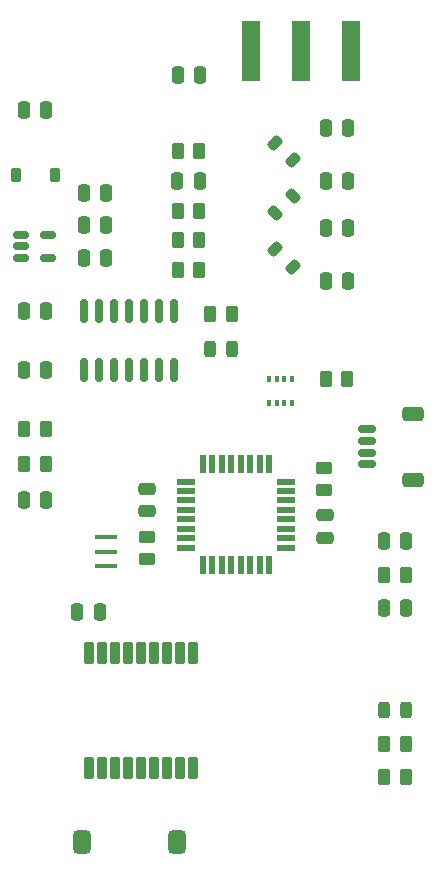
<source format=gbr>
%TF.GenerationSoftware,KiCad,Pcbnew,8.0.7*%
%TF.CreationDate,2025-01-11T16:41:09-06:00*%
%TF.ProjectId,ptSolar,7074536f-6c61-4722-9e6b-696361645f70,rev?*%
%TF.SameCoordinates,Original*%
%TF.FileFunction,Paste,Top*%
%TF.FilePolarity,Positive*%
%FSLAX46Y46*%
G04 Gerber Fmt 4.6, Leading zero omitted, Abs format (unit mm)*
G04 Created by KiCad (PCBNEW 8.0.7) date 2025-01-11 16:41:09*
%MOMM*%
%LPD*%
G01*
G04 APERTURE LIST*
G04 Aperture macros list*
%AMRoundRect*
0 Rectangle with rounded corners*
0 $1 Rounding radius*
0 $2 $3 $4 $5 $6 $7 $8 $9 X,Y pos of 4 corners*
0 Add a 4 corners polygon primitive as box body*
4,1,4,$2,$3,$4,$5,$6,$7,$8,$9,$2,$3,0*
0 Add four circle primitives for the rounded corners*
1,1,$1+$1,$2,$3*
1,1,$1+$1,$4,$5*
1,1,$1+$1,$6,$7*
1,1,$1+$1,$8,$9*
0 Add four rect primitives between the rounded corners*
20,1,$1+$1,$2,$3,$4,$5,0*
20,1,$1+$1,$4,$5,$6,$7,0*
20,1,$1+$1,$6,$7,$8,$9,0*
20,1,$1+$1,$8,$9,$2,$3,0*%
G04 Aperture macros list end*
%ADD10RoundRect,0.375000X0.375000X0.625000X-0.375000X0.625000X-0.375000X-0.625000X0.375000X-0.625000X0*%
%ADD11RoundRect,0.250000X0.262500X0.450000X-0.262500X0.450000X-0.262500X-0.450000X0.262500X-0.450000X0*%
%ADD12RoundRect,0.150000X0.625000X-0.150000X0.625000X0.150000X-0.625000X0.150000X-0.625000X-0.150000X0*%
%ADD13RoundRect,0.250000X0.650000X-0.350000X0.650000X0.350000X-0.650000X0.350000X-0.650000X-0.350000X0*%
%ADD14RoundRect,0.250000X-0.250000X-0.475000X0.250000X-0.475000X0.250000X0.475000X-0.250000X0.475000X0*%
%ADD15RoundRect,0.243750X-0.243750X-0.456250X0.243750X-0.456250X0.243750X0.456250X-0.243750X0.456250X0*%
%ADD16RoundRect,0.250000X0.250000X0.475000X-0.250000X0.475000X-0.250000X-0.475000X0.250000X-0.475000X0*%
%ADD17RoundRect,0.150000X0.150000X-0.825000X0.150000X0.825000X-0.150000X0.825000X-0.150000X-0.825000X0*%
%ADD18R,0.350000X0.500000*%
%ADD19R,1.600000X0.550000*%
%ADD20R,0.550000X1.600000*%
%ADD21RoundRect,0.150000X-0.512500X-0.150000X0.512500X-0.150000X0.512500X0.150000X-0.512500X0.150000X0*%
%ADD22RoundRect,0.250000X0.475000X-0.250000X0.475000X0.250000X-0.475000X0.250000X-0.475000X-0.250000X0*%
%ADD23RoundRect,0.250000X-0.262500X-0.450000X0.262500X-0.450000X0.262500X0.450000X-0.262500X0.450000X0*%
%ADD24RoundRect,0.225000X0.225000X0.375000X-0.225000X0.375000X-0.225000X-0.375000X0.225000X-0.375000X0*%
%ADD25RoundRect,0.080000X0.320000X-0.820000X0.320000X0.820000X-0.320000X0.820000X-0.320000X-0.820000X0*%
%ADD26RoundRect,0.218750X0.114905X-0.424264X0.424264X-0.114905X-0.114905X0.424264X-0.424264X0.114905X0*%
%ADD27RoundRect,0.250000X-0.450000X0.262500X-0.450000X-0.262500X0.450000X-0.262500X0.450000X0.262500X0*%
%ADD28RoundRect,0.218750X0.424264X0.114905X0.114905X0.424264X-0.424264X-0.114905X-0.114905X-0.424264X0*%
%ADD29R,1.500000X5.080000*%
%ADD30R,1.900000X0.400000*%
%ADD31RoundRect,0.250000X0.450000X-0.262500X0.450000X0.262500X-0.450000X0.262500X-0.450000X-0.262500X0*%
G04 APERTURE END LIST*
D10*
%TO.C,ANT1*%
X137250000Y-137750000D03*
X145250000Y-137750000D03*
%TD*%
D11*
%TO.C,R6*%
X164622500Y-132250000D03*
X162797500Y-132250000D03*
%TD*%
D12*
%TO.C,J5*%
X161375000Y-105750000D03*
X161375000Y-104750000D03*
X161375000Y-103750000D03*
X161375000Y-102750000D03*
D13*
X165250000Y-107050000D03*
X165250000Y-101450000D03*
%TD*%
D14*
%TO.C,C11*%
X137350000Y-88250000D03*
X139250000Y-88250000D03*
%TD*%
D15*
%TO.C,D2*%
X148062500Y-96000000D03*
X149937500Y-96000000D03*
%TD*%
D16*
%TO.C,C16*%
X159750000Y-90250000D03*
X157850000Y-90250000D03*
%TD*%
D17*
%TO.C,U3*%
X137400000Y-97750000D03*
X138670000Y-97750000D03*
X139940000Y-97750000D03*
X141210000Y-97750000D03*
X142480000Y-97750000D03*
X143750000Y-97750000D03*
X145020000Y-97750000D03*
X145020000Y-92800000D03*
X143750000Y-92800000D03*
X142480000Y-92800000D03*
X141210000Y-92800000D03*
X139940000Y-92800000D03*
X138670000Y-92800000D03*
X137400000Y-92800000D03*
%TD*%
D14*
%TO.C,C13*%
X162780000Y-112250000D03*
X164680000Y-112250000D03*
%TD*%
D18*
%TO.C,U4*%
X153050000Y-98500000D03*
X153700000Y-98500000D03*
X154350000Y-98500000D03*
X155000000Y-98500000D03*
X155000000Y-100550000D03*
X154350000Y-100550000D03*
X153700000Y-100550000D03*
X153050000Y-100550000D03*
%TD*%
D19*
%TO.C,U7*%
X146000000Y-107200000D03*
X146000000Y-108000000D03*
X146000000Y-108800000D03*
X146000000Y-109600000D03*
X146000000Y-110400000D03*
X146000000Y-111200000D03*
X146000000Y-112000000D03*
X146000000Y-112800000D03*
D20*
X147450000Y-114250000D03*
X148250000Y-114250000D03*
X149050000Y-114250000D03*
X149850000Y-114250000D03*
X150650000Y-114250000D03*
X151450000Y-114250000D03*
X152250000Y-114250000D03*
X153050000Y-114250000D03*
D19*
X154500000Y-112800000D03*
X154500000Y-112000000D03*
X154500000Y-111200000D03*
X154500000Y-110400000D03*
X154500000Y-109600000D03*
X154500000Y-108800000D03*
X154500000Y-108000000D03*
X154500000Y-107200000D03*
D20*
X153050000Y-105750000D03*
X152250000Y-105750000D03*
X151450000Y-105750000D03*
X150650000Y-105750000D03*
X149850000Y-105750000D03*
X149050000Y-105750000D03*
X148250000Y-105750000D03*
X147450000Y-105750000D03*
%TD*%
D21*
%TO.C,U5*%
X132025000Y-86350000D03*
X132025000Y-87300000D03*
X132025000Y-88250000D03*
X134300000Y-88250000D03*
X134300000Y-86350000D03*
%TD*%
D16*
%TO.C,C10*%
X147180000Y-81765000D03*
X145280000Y-81765000D03*
%TD*%
D22*
%TO.C,C8*%
X142750000Y-109700000D03*
X142750000Y-107800000D03*
%TD*%
D23*
%TO.C,R7*%
X145337500Y-89250000D03*
X147162500Y-89250000D03*
%TD*%
D24*
%TO.C,D1*%
X134900000Y-81250000D03*
X131600000Y-81250000D03*
%TD*%
D16*
%TO.C,C4*%
X134200000Y-75750000D03*
X132300000Y-75750000D03*
%TD*%
D14*
%TO.C,C15*%
X132300000Y-108750000D03*
X134200000Y-108750000D03*
%TD*%
D16*
%TO.C,C7*%
X134200000Y-97750000D03*
X132300000Y-97750000D03*
%TD*%
D11*
%TO.C,R1*%
X147162500Y-79250000D03*
X145337500Y-79250000D03*
%TD*%
D25*
%TO.C,U1*%
X146650000Y-121750000D03*
X145550000Y-121750000D03*
X144450000Y-121750000D03*
X143350000Y-121750000D03*
X142250000Y-121750000D03*
X141150000Y-121750000D03*
X140050000Y-121750000D03*
X138950000Y-121750000D03*
X137850000Y-121750000D03*
X137850000Y-131450000D03*
X138950000Y-131450000D03*
X140050000Y-131450000D03*
X141150000Y-131450000D03*
X142250000Y-131450000D03*
X143350000Y-131450000D03*
X144450000Y-131450000D03*
X145550000Y-131450000D03*
X146650000Y-131450000D03*
%TD*%
D26*
%TO.C,L2*%
X153548699Y-84501301D03*
X155051301Y-82998699D03*
%TD*%
D16*
%TO.C,C18*%
X159750000Y-81750000D03*
X157850000Y-81750000D03*
%TD*%
D27*
%TO.C,R5*%
X142720000Y-111925000D03*
X142720000Y-113750000D03*
%TD*%
D16*
%TO.C,C19*%
X159750000Y-77250000D03*
X157850000Y-77250000D03*
%TD*%
D23*
%TO.C,R3*%
X148087500Y-93000000D03*
X149912500Y-93000000D03*
%TD*%
%TO.C,R2*%
X145337500Y-84280000D03*
X147162500Y-84280000D03*
%TD*%
%TO.C,R11*%
X145337500Y-86765000D03*
X147162500Y-86765000D03*
%TD*%
D14*
%TO.C,C6*%
X137350000Y-85500000D03*
X139250000Y-85500000D03*
%TD*%
D22*
%TO.C,C12*%
X157750000Y-111950000D03*
X157750000Y-110050000D03*
%TD*%
D14*
%TO.C,C5*%
X137350000Y-82750000D03*
X139250000Y-82750000D03*
%TD*%
%TO.C,C14*%
X162780000Y-117947142D03*
X164680000Y-117947142D03*
%TD*%
D28*
%TO.C,L1*%
X155051301Y-89001301D03*
X153548699Y-87498699D03*
%TD*%
D29*
%TO.C,ANT2*%
X155750000Y-70750000D03*
X151500000Y-70750000D03*
X160000000Y-70750000D03*
%TD*%
D30*
%TO.C,Y2*%
X139250000Y-114337500D03*
X139250000Y-113137500D03*
X139250000Y-111937500D03*
%TD*%
D28*
%TO.C,L3*%
X155051301Y-80001301D03*
X153548699Y-78498699D03*
%TD*%
D16*
%TO.C,C3*%
X134200000Y-92750000D03*
X132300000Y-92750000D03*
%TD*%
D31*
%TO.C,R13*%
X157720000Y-107912500D03*
X157720000Y-106087500D03*
%TD*%
D23*
%TO.C,R4*%
X162797500Y-129431426D03*
X164622500Y-129431426D03*
%TD*%
%TO.C,R12*%
X157867500Y-98500000D03*
X159692500Y-98500000D03*
%TD*%
D15*
%TO.C,D3*%
X162812500Y-126567855D03*
X164687500Y-126567855D03*
%TD*%
D11*
%TO.C,R8*%
X164622500Y-115098571D03*
X162797500Y-115098571D03*
%TD*%
D14*
%TO.C,C2*%
X145350000Y-72750000D03*
X147250000Y-72750000D03*
%TD*%
D23*
%TO.C,R10*%
X132317500Y-102750000D03*
X134142500Y-102750000D03*
%TD*%
D16*
%TO.C,C17*%
X159750000Y-85750000D03*
X157850000Y-85750000D03*
%TD*%
D11*
%TO.C,R9*%
X134142500Y-105735000D03*
X132317500Y-105735000D03*
%TD*%
D16*
%TO.C,C9*%
X138700000Y-118250000D03*
X136800000Y-118250000D03*
%TD*%
M02*

</source>
